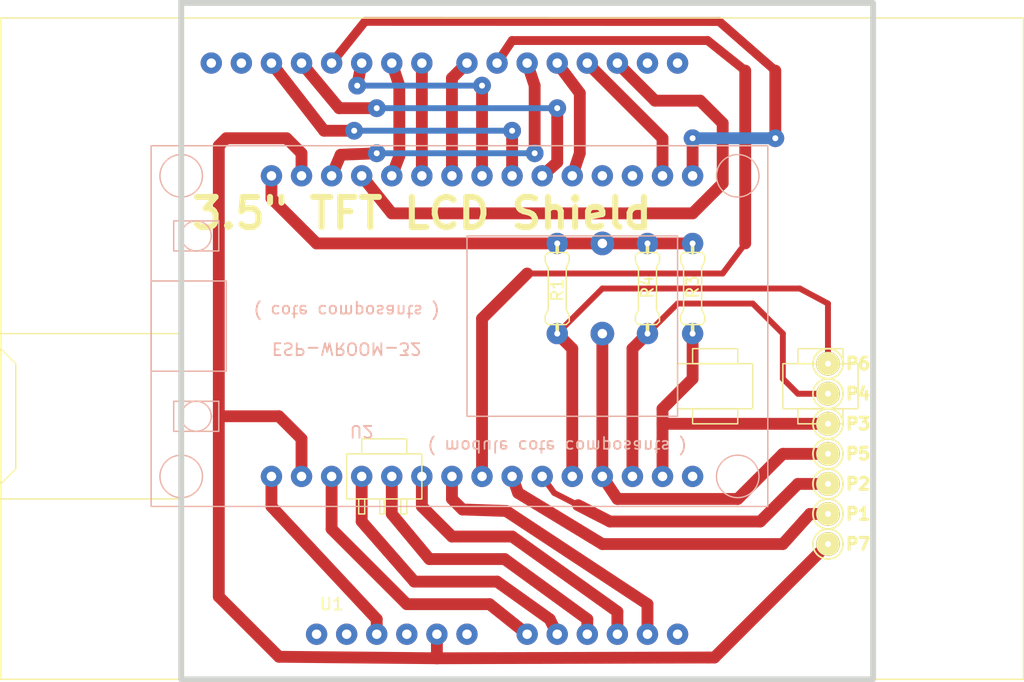
<source format=kicad_pcb>
(kicad_pcb (version 20221018) (generator pcbnew)
  (layers (0 "F.Cu" signal) (31 "B.Cu" signal) (34 "B.Paste" user) (35 "F.Paste" user) (36 "B.SilkS" user "B.Silkscreen") (37 "F.SilkS" user "F.Silkscreen") (38 "B.Mask" user) (39 "F.Mask" user) (44 "Edge.Cuts" user))
  (net 0 "")
  (net 1 "Net-(P1-Pad1)")
  (net 2 "Net-(R1-Pad1)")
  (net 3 "Net-(P2-Pad1)")
  (net 6 "Net-(P3-Pad1)")
  (net 7 "Net-(U1-Pad22)")
  (net 9 "Net-(U1-Pad10)")
  (net 10 "Net-(U1-Pad9)")
  (net 11 "Net-(U1-Pad11)")
  (net 13 "Net-(U1-Pad21)")
  (net 14 "Net-(U1-Pad8)")
  (net 18 "Net-(U1-Pad3)")
  (net 19 "Net-(U1-Pad15)")
  (net 20 "Net-(U1-Pad16)")
  (net 21 "Net-(U1-Pad17)")
  (net 22 "Net-(U1-Pad18)")
  (net 23 "GND")
  (net 24 "Net-(U1-Pad19)")
  (net 25 "Net-(U1-Pad20)")
  (net 26 "Net-(P4-Pad1)")
  (net 27 "Net-(U1-Pad7)")
  (net 28 "Net-(U1-Pad23)")
  (net 29 "Net-(U1-Pad24)")
  (net 32 "Net-(U1-Pad25)")
  (net 33 "Net-(U1-Pad26)")
  (net 36 "Net-(P5-Pad1)")
  (net 37 "Net-(P6-Pad1)")
  (footprint "Resistor_perso:R_300" (layer "F.Cu") (at 147.955 92.71 90)
    (fp_text reference "R4" (at 3.937 0 90) (layer "F.SilkS"))
    (fp_text value "10k")
    (fp_line (start 0.762 -0.762) (end 0.762 0.508) (stroke (width 0.12)) (layer "F.SilkS"))
    (fp_line (start 0.762 0) (end 0 0) (stroke (width 0.3)) (layer "F.SilkS"))
    (fp_line (start 0.762 0.508) (end 0.762 0.762) (stroke (width 0.12)) (layer "F.SilkS"))
    (fp_line (start 0.762 0.762) (end 1.016 1.016) (stroke (width 0.12)) (layer "F.SilkS"))
    (fp_line (start 1.016 -1.016) (end 0.762 -0.762) (stroke (width 0.12)) (layer "F.SilkS"))
    (fp_line (start 1.016 1.016) (end 1.524 1.016) (stroke (width 0.12)) (layer "F.SilkS"))
    (fp_line (start 1.524 -1.016) (end 1.016 -1.016) (stroke (width 0.12)) (layer "F.SilkS"))
    (fp_line (start 1.524 -1.016) (end 2.032 -0.762) (stroke (width 0.12)) (layer "F.SilkS"))
    (fp_line (start 2.032 -0.762) (end 5.334 -0.762) (stroke (width 0.12)) (layer "F.SilkS"))
    (fp_line (start 2.032 0.762) (end 1.524 1.016) (stroke (width 0.12)) (layer "F.SilkS"))
    (fp_line (start 2.032 0.762) (end 5.588 0.762) (stroke (width 0.12)) (layer "F.SilkS"))
    (fp_line (start 5.588 -0.762) (end 5.334 -0.762) (stroke (width 0.12)) (layer "F.SilkS"))
    (fp_line (start 6.096 -1.016) (end 5.588 -0.762) (stroke (width 0.12)) (layer "F.SilkS"))
    (fp_line (start 6.096 1.016) (end 5.588 0.762) (stroke (width 0.12)) (layer "F.SilkS"))
    (fp_line (start 6.604 -1.016) (end 6.096 -1.016) (stroke (width 0.12)) (layer "F.SilkS"))
    (fp_line (start 6.604 1.016) (end 6.096 1.016) (stroke (width 0.12)) (layer "F.SilkS"))
    (fp_line (start 6.858 -0.762) (end 6.604 -1.016) (stroke (width 0.12)) (layer "F.SilkS"))
    (fp_line (start 6.858 -0.762) (end 6.858 0.762) (stroke (width 0.12)) (layer "F.SilkS"))
    (fp_line (start 6.858 0) (end 7.62 0) (stroke (width 0.3)) (layer "F.SilkS"))
    (fp_line (start 6.858 0.762) (end 6.604 1.016) (stroke (width 0.12)) (layer "F.SilkS"))
    (pad "1" thru_hole circle (at 0 0 90) (size 1.8 1.8) (drill 0.5) (layers "*.Cu" "*.Mask") (net 26 "Net-(P4-Pad1)"))
    (pad "2" thru_hole circle (at 7.62 0 90) (size 1.8 1.8) (drill 0.5) (layers "*.Cu" "*.Mask") (net 2 "Net-(R1-Pad1)"))
  )
  (footprint "Connect_perso:E-S_3mm" (layer "F.Cu") (at 163.195 100.33)
    (fp_text reference "P3" (at 2.54 0) (layer "F.SilkS") (effects (font (size 1.016 1.016) (thickness 0.254))))
    (fp_text value "P" hide)
    (fp_circle (center 0 0) (end 1.27 0) (stroke (width 0.15)) (fill none) (layer "F.SilkS"))
    (pad "1" thru_hole circle (at 0 0) (size 1.99898 1.99898) (drill 0.5) (layers "*.Cu" "*.Mask" "F.SilkS") (net 6 "Net-(P3-Pad1)"))
  )
  (footprint "TFT:TFT_Shield_480x320" (layer "F.Cu") (at 122.555 118.11)
    (fp_text reference "U1" (at -1.27 -2.54 unlocked) (layer "F.SilkS"))
    (fp_text value "TFT_480x320")
    (fp_text user "3.5\" TFT LCD Shield" (at 6.35 -35.56 unlocked) (layer "F.SilkS") (effects (font (size 2.54 2.54) (thickness 0.508))))
    (fp_rect (start 1.524 -11.43) (end 1.016 -10.16) (stroke (width 0.12)) (fill none) (layer "F.SilkS"))
    (fp_rect (start 3.175 -11.43) (end 2.794 -10.16) (stroke (width 0.12)) (fill none) (layer "F.SilkS"))
    (fp_rect (start 5.08 -16.51) (end 1.27 -15.24) (stroke (width 0.12)) (fill none) (layer "F.SilkS"))
    (fp_rect (start 5.08 -11.43) (end 4.572 -10.16) (stroke (width 0.12)) (fill none) (layer "F.SilkS"))
    (fp_rect (start 6.35 -15.24) (end 0 -11.43) (stroke (width 0.12)) (fill none) (layer "F.SilkS"))
    (fp_rect (start 33.02 -22.86) (end 29.21 -24.13) (stroke (width 0.12)) (fill none) (layer "F.SilkS"))
    (fp_rect (start 33.02 -19.05) (end 29.21 -17.78) (stroke (width 0.12)) (fill none) (layer "F.SilkS"))
    (fp_rect (start 34.29 -22.86) (end 27.94 -19.05) (stroke (width 0.12)) (fill none) (layer "F.SilkS"))
    (fp_rect (start 41.91 -24.13) (end 38.1 -22.86) (stroke (width 0.12)) (fill none) (layer "F.SilkS"))
    (fp_rect (start 41.91 -19.05) (end 38.1 -17.78) (stroke (width 0.12)) (fill none) (layer "F.SilkS"))
    (fp_rect (start 43.18 -22.86) (end 36.83 -19.05) (stroke (width 0.12)) (fill none) (layer "F.SilkS"))
    (fp_rect (start 57.15 -52.07) (end -29.21 3.81) (stroke (width 0.12)) (fill none) (layer "F.SilkS"))
    (fp_poly (pts (xy -29.21 -24.13) (xy -27.94 -22.86) (xy -27.94 -13.97) (xy -29.21 -12.7) (xy -29.21 -11.43) (xy -13.97 -11.43) (xy -13.97 -25.4) (xy -29.21 -25.4)) (stroke (width 0.12)) (fill none) (layer "F.SilkS"))
    (pad "1" thru_hole circle (at -2.54 0) (size 1.8 1.8) (drill 0.8) (layers "*.Cu" "*.Mask"))
    (pad "2" thru_hole circle (at 0 0) (size 1.8 1.8) (drill 0.8) (layers "*.Cu" "*.Mask"))
    (pad "3" thru_hole circle (at 2.54 0) (size 1.8 1.8) (drill 0.8) (layers "*.Cu" "*.Mask") (net 18 "Net-(U1-Pad3)"))
    (pad "4" thru_hole circle (at 5.08 0) (size 1.8 1.8) (drill 0.8) (layers "*.Cu" "*.Mask"))
    (pad "5" thru_hole circle (at 7.62 0) (size 1.8 1.8) (drill 0.8) (layers "*.Cu" "*.Mask") (net 23 "GND"))
    (pad "6" thru_hole circle (at 10.16 0) (size 1.8 1.8) (drill 0.8) (layers "*.Cu" "*.Mask"))
    (pad "7" thru_hole circle (at 15.24 0) (size 1.8 1.8) (drill 0.8) (layers "*.Cu" "*.Mask") (net 27 "Net-(U1-Pad7)"))
    (pad "8" thru_hole circle (at 17.78 0) (size 1.8 1.8) (drill 0.8) (layers "*.Cu" "*.Mask") (net 14 "Net-(U1-Pad8)"))
    (pad "9" thru_hole circle (at 20.32 0) (size 1.8 1.8) (drill 0.8) (layers "*.Cu" "*.Mask") (net 10 "Net-(U1-Pad9)"))
    (pad "10" thru_hole circle (at 22.86 0) (size 1.8 1.8) (drill 0.8) (layers "*.Cu" "*.Mask") (net 9 "Net-(U1-Pad10)"))
    (pad "11" thru_hole circle (at 25.4 0) (size 1.8 1.8) (drill 0.8) (layers "*.Cu" "*.Mask") (net 11 "Net-(U1-Pad11)"))
    (pad "12" thru_hole circle (at 27.94 0) (size 1.8 1.8) (drill 0.8) (layers "*.Cu" "*.Mask"))
    (pad "13" thru_hole circle (at 27.94 -48.26) (size 1.8 1.8) (drill 0.8) (layers "*.Cu" "*.Mask"))
    (pad "14" thru_hole circle (at 25.4 -48.26) (size 1.8 1.8) (drill 0.8) (layers "*.Cu" "*.Mask"))
    (pad "15" thru_hole circle (at 22.86 -48.26) (size 1.8 1.8) (drill 0.8) (layers "*.Cu" "*.Mask") (net 19 "Net-(U1-Pad15)"))
    (pad "16" thru_hole circle (at 20.32 -48.26) (size 1.8 1.8) (drill 0.8) (layers "*.Cu" "*.Mask") (net 20 "Net-(U1-Pad16)"))
    (pad "17" thru_hole circle (at 17.78 -48.26) (size 1.8 1.8) (drill 0.8) (layers "*.Cu" "*.Mask") (net 21 "Net-(U1-Pad17)"))
    (pad "18" thru_hole circle (at 15.24 -48.26) (size 1.8 1.8) (drill 0.8) (layers "*.Cu" "*.Mask") (net 22 "Net-(U1-Pad18)"))
    (pad "19" thru_hole circle (at 12.7 -48.26) (size 1.8 1.8) (drill 0.8) (layers "*.Cu" "*.Mask") (net 24 "Net-(U1-Pad19)"))
    (pad "20" thru_hole circle (at 10.16 -48.26) (size 1.8 1.8) (drill 0.8) (layers "*.Cu" "*.Mask") (net 25 "Net-(U1-Pad20)"))
    (pad "21" thru_hole circle (at 6.35 -48.26) (size 1.8 1.8) (drill 0.8) (layers "*.Cu" "*.Mask") (net 13 "Net-(U1-Pad21)"))
    (pad "22" thru_hole circle (at 3.81 -48.26) (size 1.8 1.8) (drill 0.8) (layers "*.Cu" "*.Mask") (net 7 "Net-(U1-Pad22)"))
    (pad "23" thru_hole circle (at 1.27 -48.26) (size 1.8 1.8) (drill 0.8) (layers "*.Cu" "*.Mask") (net 28 "Net-(U1-Pad23)"))
    (pad "24" thru_hole circle (at -1.27 -48.26) (size 1.8 1.8) (drill 0.8) (layers "*.Cu" "*.Mask") (net 29 "Net-(U1-Pad24)"))
    (pad "25" thru_hole circle (at -3.81 -48.26) (size 1.8 1.8) (drill 0.8) (layers "*.Cu" "*.Mask") (net 32 "Net-(U1-Pad25)"))
    (pad "26" thru_hole circle (at -6.35 -48.26) (size 1.8 1.8) (drill 0.8) (layers "*.Cu" "*.Mask") (net 33 "Net-(U1-Pad26)"))
    (pad "27" thru_hole circle (at -8.89 -48.26) (size 1.8 1.8) (drill 0.8) (layers "*.Cu" "*.Mask"))
    (pad "28" thru_hole circle (at -11.43 -48.26) (size 1.8 1.8) (drill 0.8) (layers "*.Cu" "*.Mask"))
  )
  (footprint "Connect_perso:E-S_3mm" (layer "F.Cu") (at 163.195 97.79)
    (fp_text reference "P4" (at 2.54 0) (layer "F.SilkS") (effects (font (size 1.016 1.016) (thickness 0.254))))
    (fp_text value "P" hide)
    (fp_circle (center 0 0) (end 1.27 0) (stroke (width 0.15)) (fill none) (layer "F.SilkS"))
    (pad "1" thru_hole circle (at 0 0) (size 1.99898 1.99898) (drill 0.5) (layers "*.Cu" "*.Mask" "F.SilkS") (net 26 "Net-(P4-Pad1)"))
  )
  (footprint "Connect_perso:E-S_3mm" (layer "F.Cu") (at 163.195 110.49)
    (fp_text reference "P7" (at 2.54 0) (layer "F.SilkS") (effects (font (size 1.016 1.016) (thickness 0.254))))
    (fp_text value "P" hide)
    (fp_circle (center 0 0) (end 1.27 0) (stroke (width 0.15)) (fill none) (layer "F.SilkS"))
    (pad "1" thru_hole circle (at 0 0) (size 1.99898 1.99898) (drill 0.5) (layers "*.Cu" "*.Mask" "F.SilkS") (net 23 "GND"))
  )
  (footprint "Connect_perso:E-S_3mm" (layer "F.Cu") (at 163.195 105.41)
    (fp_text reference "P2" (at 2.54 0) (layer "F.SilkS") (effects (font (size 1.016 1.016) (thickness 0.254))))
    (fp_text value "P" hide)
    (fp_circle (center 0 0) (end 1.27 0) (stroke (width 0.15)) (fill none) (layer "F.SilkS"))
    (pad "1" thru_hole circle (at 0 0) (size 1.99898 1.99898) (drill 0.5) (layers "*.Cu" "*.Mask" "F.SilkS") (net 3 "Net-(P2-Pad1)"))
  )
  (footprint "Resistor_perso:R_300" (layer "F.Cu") (at 151.765 92.71 90)
    (fp_text reference "R3" (at 3.937 0 90) (layer "F.SilkS"))
    (fp_text value "10k")
    (fp_line (start 0.762 -0.762) (end 0.762 0.508) (stroke (width 0.12)) (layer "F.SilkS"))
    (fp_line (start 0.762 0) (end 0 0) (stroke (width 0.3)) (layer "F.SilkS"))
    (fp_line (start 0.762 0.508) (end 0.762 0.762) (stroke (width 0.12)) (layer "F.SilkS"))
    (fp_line (start 0.762 0.762) (end 1.016 1.016) (stroke (width 0.12)) (layer "F.SilkS"))
    (fp_line (start 1.016 -1.016) (end 0.762 -0.762) (stroke (width 0.12)) (layer "F.SilkS"))
    (fp_line (start 1.016 1.016) (end 1.524 1.016) (stroke (width 0.12)) (layer "F.SilkS"))
    (fp_line (start 1.524 -1.016) (end 1.016 -1.016) (stroke (width 0.12)) (layer "F.SilkS"))
    (fp_line (start 1.524 -1.016) (end 2.032 -0.762) (stroke (width 0.12)) (layer "F.SilkS"))
    (fp_line (start 2.032 -0.762) (end 5.334 -0.762) (stroke (width 0.12)) (layer "F.SilkS"))
    (fp_line (start 2.032 0.762) (end 1.524 1.016) (stroke (width 0.12)) (layer "F.SilkS"))
    (fp_line (start 2.032 0.762) (end 5.588 0.762) (stroke (width 0.12)) (layer "F.SilkS"))
    (fp_line (start 5.588 -0.762) (end 5.334 -0.762) (stroke (width 0.12)) (layer "F.SilkS"))
    (fp_line (start 6.096 -1.016) (end 5.588 -0.762) (stroke (width 0.12)) (layer "F.SilkS"))
    (fp_line (start 6.096 1.016) (end 5.588 0.762) (stroke (width 0.12)) (layer "F.SilkS"))
    (fp_line (start 6.604 -1.016) (end 6.096 -1.016) (stroke (width 0.12)) (layer "F.SilkS"))
    (fp_line (start 6.604 1.016) (end 6.096 1.016) (stroke (width 0.12)) (layer "F.SilkS"))
    (fp_line (start 6.858 -0.762) (end 6.604 -1.016) (stroke (width 0.12)) (layer "F.SilkS"))
    (fp_line (start 6.858 -0.762) (end 6.858 0.762) (stroke (width 0.12)) (layer "F.SilkS"))
    (fp_line (start 6.858 0) (end 7.62 0) (stroke (width 0.3)) (layer "F.SilkS"))
    (fp_line (start 6.858 0.762) (end 6.604 1.016) (stroke (width 0.12)) (layer "F.SilkS"))
    (pad "1" thru_hole circle (at 0 0 90) (size 1.8 1.8) (drill 0.5) (layers "*.Cu" "*.Mask") (net 6 "Net-(P3-Pad1)"))
    (pad "2" thru_hole circle (at 7.62 0 90) (size 1.8 1.8) (drill 0.5) (layers "*.Cu" "*.Mask") (net 2 "Net-(R1-Pad1)"))
  )
  (footprint "Connect_perso:E-S_3mm" (layer "F.Cu") (at 163.195 107.95)
    (fp_text reference "P1" (at 2.54 0) (layer "F.SilkS") (effects (font (size 1.016 1.016) (thickness 0.254))))
    (fp_text value "P" hide)
    (fp_circle (center 0 0) (end 1.27 0) (stroke (width 0.15)) (fill none) (layer "F.SilkS"))
    (pad "1" thru_hole circle (at 0 0) (size 1.99898 1.99898) (drill 0.5) (layers "*.Cu" "*.Mask" "F.SilkS") (net 1 "Net-(P1-Pad1)"))
  )
  (footprint "Connect_perso:E-S_3mm" (layer "F.Cu") (at 163.195 102.87)
    (fp_text reference "P5" (at 2.54 0) (layer "F.SilkS") (effects (font (size 1.016 1.016) (thickness 0.254))))
    (fp_text value "P" hide)
    (fp_circle (center 0 0) (end 1.27 0) (stroke (width 0.15)) (fill none) (layer "F.SilkS"))
    (pad "1" thru_hole circle (at 0 0) (size 1.99898 1.99898) (drill 0.5) (layers "*.Cu" "*.Mask" "F.SilkS") (net 36 "Net-(P5-Pad1)"))
  )
  (footprint "Resistor_perso:R_300" (layer "F.Cu") (at 140.335 85.09 -90)
    (fp_text reference "R1" (at 3.937 0 90) (layer "F.SilkS"))
    (fp_text value "10k")
    (fp_line (start 0.762 -0.762) (end 0.762 0.508) (stroke (width 0.12)) (layer "F.SilkS"))
    (fp_line (start 0.762 0) (end 0 0) (stroke (width 0.3)) (layer "F.SilkS"))
    (fp_line (start 0.762 0.508) (end 0.762 0.762) (stroke (width 0.12)) (layer "F.SilkS"))
    (fp_line (start 0.762 0.762) (end 1.016 1.016) (stroke (width 0.12)) (layer "F.SilkS"))
    (fp_line (start 1.016 -1.016) (end 0.762 -0.762) (stroke (width 0.12)) (layer "F.SilkS"))
    (fp_line (start 1.016 1.016) (end 1.524 1.016) (stroke (width 0.12)) (layer "F.SilkS"))
    (fp_line (start 1.524 -1.016) (end 1.016 -1.016) (stroke (width 0.12)) (layer "F.SilkS"))
    (fp_line (start 1.524 -1.016) (end 2.032 -0.762) (stroke (width 0.12)) (layer "F.SilkS"))
    (fp_line (start 2.032 -0.762) (end 5.334 -0.762) (stroke (width 0.12)) (layer "F.SilkS"))
    (fp_line (start 2.032 0.762) (end 1.524 1.016) (stroke (width 0.12)) (layer "F.SilkS"))
    (fp_line (start 2.032 0.762) (end 5.588 0.762) (stroke (width 0.12)) (layer "F.SilkS"))
    (fp_line (start 5.588 -0.762) (end 5.334 -0.762) (stroke (width 0.12)) (layer "F.SilkS"))
    (fp_line (start 6.096 -1.016) (end 5.588 -0.762) (stroke (width 0.12)) (layer "F.SilkS"))
    (fp_line (start 6.096 1.016) (end 5.588 0.762) (stroke (width 0.12)) (layer "F.SilkS"))
    (fp_line (start 6.604 -1.016) (end 6.096 -1.016) (stroke (width 0.12)) (layer "F.SilkS"))
    (fp_line (start 6.604 1.016) (end 6.096 1.016) (stroke (width 0.12)) (layer "F.SilkS"))
    (fp_line (start 6.858 -0.762) (end 6.604 -1.016) (stroke (width 0.12)) (layer "F.SilkS"))
    (fp_line (start 6.858 -0.762) (end 6.858 0.762) (stroke (width 0.12)) (layer "F.SilkS"))
    (fp_line (start 6.858 0) (end 7.62 0) (stroke (width 0.3)) (layer "F.SilkS"))
    (fp_line (start 6.858 0.762) (end 6.604 1.016) (stroke (width 0.12)) (layer "F.SilkS"))
    (pad "1" thru_hole circle (at 0 0 270) (size 1.8 1.8) (drill 0.5) (layers "*.Cu" "*.Mask") (net 2 "Net-(R1-Pad1)"))
    (pad "2" thru_hole circle (at 7.62 0 270) (size 1.8 1.8) (drill 0.5) (layers "*.Cu" "*.Mask") (net 37 "Net-(P6-Pad1)"))
  )
  (footprint "Connect_perso:E-S_3mm" (layer "F.Cu") (at 163.195 95.25)
    (fp_text reference "P6" (at 2.54 0) (layer "F.SilkS") (effects (font (size 1.016 1.016) (thickness 0.254))))
    (fp_text value "P" hide)
    (fp_circle (center 0 0) (end 1.27 0) (stroke (width 0.15)) (fill none) (layer "F.SilkS"))
    (pad "1" thru_hole circle (at 0 0) (size 1.99898 1.99898) (drill 0.5) (layers "*.Cu" "*.Mask" "F.SilkS") (net 37 "Net-(P6-Pad1)"))
  )
  (footprint "ESP32:ESP32_30pins" (layer "B.Cu") (at 116.205 79.375)
    (fp_text reference "U2" (at 7.62 21.59 180 unlocked) (layer "B.SilkS") (effects (justify mirror)))
    (fp_text value "ESP32_30pins")
    (fp_text user "( module cote composants )" (at 24.13 22.86 180 unlocked) (layer "B.SilkS") (effects (justify mirror)))
    (fp_text user "( cote composants )" (at 6.35 11.43 180 unlocked) (layer "B.SilkS") (effects (justify mirror)))
    (fp_text user "ESP-WROOM-32" (at 6.35 14.605 180 unlocked) (layer "B.SilkS") (effects (justify mirror)))
    (fp_rect (start -10.16 8.89) (end -3.81 16.51) (stroke (width 0.12)) (fill none) (layer "B.SilkS"))
    (fp_rect (start -4.445 3.81) (end -8.255 6.35) (stroke (width 0.12)) (fill none) (layer "B.SilkS"))
    (fp_rect (start -4.445 19.05) (end -8.255 21.59) (stroke (width 0.12)) (fill none) (layer "B.SilkS"))
    (fp_rect (start 34.29 5.08) (end 16.51 20.32) (stroke (width 0.12)) (fill none) (layer "B.SilkS"))
    (fp_rect (start 41.91 -2.54) (end -10.16 27.94) (stroke (width 0.12)) (fill none) (layer "B.SilkS"))
    (fp_circle (center -7.62 0) (end -8.89 1.27) (stroke (width 0.12)) (fill none) (layer "B.SilkS"))
    (fp_circle (center -7.62 25.4) (end -8.89 26.67) (stroke (width 0.12)) (fill none) (layer "B.SilkS"))
    (fp_circle (center -6.35 5.08) (end -5.08 5.08) (stroke (width 0.12)) (fill none) (layer "B.SilkS"))
    (fp_circle (center -6.35 20.32) (end -5.08 20.32) (stroke (width 0.12)) (fill none) (layer "B.SilkS"))
    (fp_circle (center 39.37 0) (end 40.64 -1.27) (stroke (width 0.12)) (fill none) (layer "B.SilkS"))
    (fp_circle (center 39.37 25.4) (end 40.64 24.13) (stroke (width 0.12)) (fill none) (layer "B.SilkS"))
    (pad "1" thru_hole circle (at 0 0 180) (size 1.8 1.8) (drill 0.8) (layers "*.Cu" "*.Mask") (net 2 "Net-(R1-Pad1)"))
    (pad "2" thru_hole circle (at 2.54 0 180) (size 1.8 1.8) (drill 0.8) (layers "*.Cu" "*.Mask") (net 23 "GND"))
    (pad "3" thru_hole circle (at 5.08 0 180) (size 1.8 1.8) (drill 0.8) (layers "*.Cu" "*.Mask") (net 22 "Net-(U1-Pad18)"))
    (pad "4" thru_hole circle (at 7.62 0 180) (size 1.8 1.8) (drill 0.8) (layers "*.Cu" "*.Mask") (net 19 "Net-(U1-Pad15)"))
    (pad "5" thru_hole circle (at 10.16 0 180) (size 1.8 1.8) (drill 0.8) (layers "*.Cu" "*.Mask") (net 7 "Net-(U1-Pad22)"))
    (pad "6" thru_hole circle (at 12.7 0 180) (size 1.8 1.8) (drill 0.8) (layers "*.Cu" "*.Mask") (net 13 "Net-(U1-Pad21)"))
    (pad "7" thru_hole circle (at 15.24 0 180) (size 1.8 1.8) (drill 0.8) (layers "*.Cu" "*.Mask") (net 25 "Net-(U1-Pad20)"))
    (pad "8" thru_hole circle (at 17.78 0 180) (size 1.8 1.8) (drill 0.8) (layers "*.Cu" "*.Mask") (net 28 "Net-(U1-Pad23)"))
    (pad "9" thru_hole circle (at 20.32 0 180) (size 1.8 1.8) (drill 0.8) (layers "*.Cu" "*.Mask") (net 33 "Net-(U1-Pad26)"))
    (pad "10" thru_hole circle (at 22.86 0 180) (size 1.8 1.8) (drill 0.8) (layers "*.Cu" "*.Mask") (net 32 "Net-(U1-Pad25)"))
    (pad "11" thru_hole circle (at 25.4 0 180) (size 1.8 1.8) (drill 0.8) (layers "*.Cu" "*.Mask") (net 21 "Net-(U1-Pad17)"))
    (pad "12" thru_hole circle (at 27.94 0 180) (size 1.8 1.8) (drill 0.8) (layers "*.Cu" "*.Mask"))
    (pad "13" thru_hole circle (at 30.48 0 180) (size 1.8 1.8) (drill 0.8) (layers "*.Cu" "*.Mask"))
    (pad "14" thru_hole circle (at 33.02 0 180) (size 1.8 1.8) (drill 0.8) (layers "*.Cu" "*.Mask") (net 20 "Net-(U1-Pad16)"))
    (pad "15" thru_hole circle (at 35.56 0 180) (size 1.8 1.8) (drill 0.8) (layers "*.Cu" "*.Mask") (net 29 "Net-(U1-Pad24)"))
    (pad "16" thru_hole circle (at 35.56 25.4 180) (size 1.8 1.8) (drill 0.8) (layers "*.Cu" "*.Mask"))
    (pad "17" thru_hole circle (at 33.02 25.4 180) (size 1.8 1.8) (drill 0.8) (layers "*.Cu" "*.Mask") (net 6 "Net-(P3-Pad1)"))
    (pad "18" thru_hole circle (at 30.48 25.4 180) (size 1.8 1.8) (drill 0.8) (layers "*.Cu" "*.Mask") (net 26 "Net-(P4-Pad1)"))
    (pad "19" thru_hole circle (at 27.94 25.4 180) (size 1.8 1.8) (drill 0.8) (layers "*.Cu" "*.Mask") (net 36 "Net-(P5-Pad1)"))
    (pad "20" thru_hole circle (at 25.4 25.4 180) (size 1.8 1.8) (drill 0.8) (layers "*.Cu" "*.Mask") (net 37 "Net-(P6-Pad1)"))
    (pad "21" thru_hole circle (at 22.86 25.4 180) (size 1.8 1.8) (drill 0.8) (layers "*.Cu" "*.Mask") (net 3 "Net-(P2-Pad1)"))
    (pad "22" thru_hole circle (at 20.32 25.4 180) (size 1.8 1.8) (drill 0.8) (layers "*.Cu" "*.Mask") (net 1 "Net-(P1-Pad1)"))
    (pad "23" thru_hole circle (at 17.78 25.4 180) (size 1.8 1.8) (drill 0.8) (layers "*.Cu" "*.Mask") (net 24 "Net-(U1-Pad19)"))
    (pad "24" thru_hole circle (at 15.24 25.4 180) (size 1.8 1.8) (drill 0.8) (layers "*.Cu" "*.Mask") (net 11 "Net-(U1-Pad11)"))
    (pad "25" thru_hole circle (at 12.7 25.4 180) (size 1.8 1.8) (drill 0.8) (layers "*.Cu" "*.Mask") (net 9 "Net-(U1-Pad10)"))
    (pad "26" thru_hole circle (at 10.16 25.4 180) (size 1.8 1.8) (drill 0.8) (layers "*.Cu" "*.Mask") (net 10 "Net-(U1-Pad9)"))
    (pad "27" thru_hole circle (at 7.62 25.4 180) (size 1.8 1.8) (drill 0.8) (layers "*.Cu" "*.Mask") (net 14 "Net-(U1-Pad8)"))
    (pad "28" thru_hole circle (at 5.08 25.4 180) (size 1.8 1.8) (drill 0.8) (layers "*.Cu" "*.Mask") (net 27 "Net-(U1-Pad7)"))
    (pad "29" thru_hole circle (at 2.54 25.4 180) (size 1.8 1.8) (drill 0.8) (layers "*.Cu" "*.Mask") (net 23 "GND"))
    (pad "30" thru_hole circle (at 0 25.4 180) (size 1.8 1.8) (drill 0.8) (layers "*.Cu" "*.Mask") (net 18 "Net-(U1-Pad3)"))
  )
  (gr_rect (start 108.585 64.77) (end 167.005 121.92) (stroke (width 0.5)) (fill none) (layer "Edge.Cuts"))
  (segment (start 161.671 107.95) (end 163.195 107.95) (width 1) (layer "F.Cu") (net 1))
  (segment (start 136.525 104.775) (end 137.033 106.172) (width 1) (layer "F.Cu") (net 1))
  (segment (start 144.145 110.49) (end 159.385 110.49) (width 1) (layer "F.Cu") (net 1))
  (segment (start 137.033 106.172) (end 144.145 110.49) (width 1) (layer "F.Cu") (net 1))
  (segment (start 159.385 110.49) (end 161.671 107.95) (width 1) (layer "F.Cu") (net 1))
  (segment (start 120.015 85.09) (end 140.335 85.09) (width 1) (layer "F.Cu") (net 2))
  (segment (start 140.335 85.09) (end 144.145 85.09) (width 1) (layer "F.Cu") (net 2))
  (segment (start 116.205 79.375) (end 116.205 81.28) (width 1) (layer "F.Cu") (net 2))
  (segment (start 147.955 85.09) (end 151.765 85.09) (width 1) (layer "F.Cu") (net 2))
  (segment (start 144.145 85.09) (end 147.955 85.09) (width 1) (layer "F.Cu") (net 2))
  (segment (start 116.205 81.28) (end 120.015 85.09) (width 1) (layer "F.Cu") (net 2))
  (via (at 144.145 85.09) (size 2) (drill 0.8) (layers "F.Cu" "B.Cu") (net 2))
  (segment (start 157.48 108.585) (end 160.655 105.41) (width 1) (layer "F.Cu") (net 3))
  (segment (start 144.78 108.585) (end 157.48 108.585) (width 1) (layer "F.Cu") (net 3))
  (segment (start 140.081 106.172) (end 142.094857 107.206143) (width 0.5) (layer "F.Cu") (net 3))
  (segment (start 139.065 104.775) (end 140.081 106.172) (width 0.5) (layer "F.Cu") (net 3))
  (segment (start 142.094857 107.206143) (end 144.78 108.585) (width 1) (layer "F.Cu") (net 3))
  (segment (start 160.655 105.41) (end 163.195 105.41) (width 1) (layer "F.Cu") (net 3))
  (segment (start 149.225 101.6) (end 149.225 99.06) (width 1) (layer "F.Cu") (net 6))
  (segment (start 149.225 99.06) (end 151.765 96.52) (width 1) (layer "F.Cu") (net 6))
  (segment (start 163.195 100.33) (end 149.225 100.33) (width 1) (layer "F.Cu") (net 6))
  (segment (start 149.225 101.6) (end 149.225 104.775) (width 1) (layer "F.Cu") (net 6))
  (segment (start 151.765 96.52) (end 151.765 92.71) (width 1) (layer "F.Cu") (net 6))
  (segment (start 126.365 79.375) (end 127 77.724) (width 1) (layer "F.Cu") (net 7))
  (segment (start 127 71.755) (end 126.365 69.85) (width 1) (layer "F.Cu") (net 7))
  (segment (start 127 77.724) (end 127 71.755) (width 1) (layer "F.Cu") (net 7))
  (segment (start 145.415 116.205) (end 136.525 109.855) (width 1) (layer "F.Cu") (net 9))
  (segment (start 136.525 109.855) (end 131.445 109.855) (width 1) (layer "F.Cu") (net 9))
  (segment (start 131.445 109.855) (end 128.905 107.315) (width 1) (layer "F.Cu") (net 9))
  (segment (start 128.905 107.315) (end 128.905 104.775) (width 1) (layer "F.Cu") (net 9))
  (segment (start 145.415 118.11) (end 145.415 116.205) (width 1) (layer "F.Cu") (net 9))
  (segment (start 135.89 111.76) (end 142.875 116.84) (width 1) (layer "F.Cu") (net 10))
  (segment (start 126.365 104.775) (end 126.365 107.95) (width 1) (layer "F.Cu") (net 10))
  (segment (start 126.365 107.95) (end 129.54 111.76) (width 1) (layer "F.Cu") (net 10))
  (segment (start 142.875 116.84) (end 142.875 118.11) (width 1) (layer "F.Cu") (net 10))
  (segment (start 129.54 111.76) (end 135.89 111.76) (width 1) (layer "F.Cu") (net 10))
  (segment (start 136.017 107.696) (end 132.334 107.569) (width 1) (layer "F.Cu") (net 11))
  (segment (start 132.334 107.569) (end 131.445 106.68) (width 1) (layer "F.Cu") (net 11))
  (segment (start 147.955 115.57) (end 136.017 107.696) (width 1) (layer "F.Cu") (net 11))
  (segment (start 147.955 118.11) (end 147.955 115.57) (width 1) (layer "F.Cu") (net 11))
  (segment (start 131.445 106.68) (end 131.445 104.775) (width 1) (layer "F.Cu") (net 11))
  (segment (start 128.905 79.375) (end 128.905 69.85) (width 1) (layer "F.Cu") (net 13))
  (segment (start 128.27 113.665) (end 123.825 108.585) (width 1) (layer "F.Cu") (net 14))
  (segment (start 123.825 108.585) (end 123.825 104.775) (width 1) (layer "F.Cu") (net 14))
  (segment (start 139.7 116.84) (end 135.255 113.665) (width 1) (layer "F.Cu") (net 14))
  (segment (start 140.335 118.11) (end 139.7 116.84) (width 1) (layer "F.Cu") (net 14))
  (segment (start 135.255 113.665) (end 128.27 113.665) (width 1) (layer "F.Cu") (net 14))
  (segment (start 125.095 116.84) (end 125.095 118.11) (width 1) (layer "F.Cu") (net 18))
  (segment (start 116.205 104.775) (end 116.205 107.315) (width 1) (layer "F.Cu") (net 18))
  (segment (start 116.205 107.315) (end 125.095 116.84) (width 1) (layer "F.Cu") (net 18))
  (segment (start 123.825 79.375) (end 126.365 82.55) (width 1) (layer "F.Cu") (net 19))
  (segment (start 152.4 73.025) (end 148.59 73.025) (width 1) (layer "F.Cu") (net 19))
  (segment (start 154.305 80.01) (end 154.305 74.93) (width 1) (layer "F.Cu") (net 19))
  (segment (start 154.305 74.93) (end 152.4 73.025) (width 1) (layer "F.Cu") (net 19))
  (segment (start 151.765 82.55) (end 154.305 80.01) (width 1) (layer "F.Cu") (net 19))
  (segment (start 148.59 73.025) (end 145.415 69.85) (width 1) (layer "F.Cu") (net 19))
  (segment (start 126.365 82.55) (end 151.765 82.55) (width 1) (layer "F.Cu") (net 19))
  (segment (start 149.225 76.2) (end 149.225 79.375) (width 1) (layer "F.Cu") (net 20))
  (segment (start 142.875 69.85) (end 149.225 76.2) (width 1) (layer "F.Cu") (net 20))
  (segment (start 142.24 72.39) (end 142.24 77.47) (width 1) (layer "F.Cu") (net 21))
  (segment (start 142.24 77.47) (end 141.605 79.375) (width 1) (layer "F.Cu") (net 21))
  (segment (start 140.335 69.85) (end 142.24 72.39) (width 1) (layer "F.Cu") (net 21))
  (segment (start 138.43 71.755) (end 137.795 69.85) (width 1) (layer "F.Cu") (net 22))
  (segment (start 125.095 77.47) (end 122.047 77.597) (width 1) (layer "F.Cu") (net 22))
  (segment (start 138.43 77.47) (end 138.43 71.755) (width 1) (layer "F.Cu") (net 22))
  (segment (start 122.047 77.597) (end 121.285 79.375) (width 1) (layer "F.Cu") (net 22))
  (via (at 138.43 77.47) (size 1.5) (drill 0.5) (layers "F.Cu" "B.Cu") (net 22))
  (via (at 125.095 77.47) (size 1.5) (drill 0.5) (layers "F.Cu" "B.Cu") (net 22))
  (segment (start 125.095 77.47) (end 138.43 77.47) (width 0.5) (layer "B.Cu") (net 22))
  (segment (start 130.175 118.11) (end 130.175 120.142) (width 1) (layer "F.Cu") (net 23))
  (segment (start 130.175 120.142) (end 153.035 120.0785) (width 1) (layer "F.Cu") (net 23))
  (segment (start 153.6065 120.0785) (end 163.195 110.49) (width 1) (layer "F.Cu") (net 23))
  (segment (start 118.745 79.375) (end 118.745 77.47) (width 1) (layer "F.Cu") (net 23))
  (segment (start 111.76 99.695) (end 111.76 114.935) (width 1) (layer "F.Cu") (net 23))
  (segment (start 111.76 114.935) (end 116.84 120.015) (width 1) (layer "F.Cu") (net 23))
  (segment (start 153.035 120.0785) (end 153.6065 120.0785) (width 1) (layer "F.Cu") (net 23))
  (segment (start 111.76 76.835) (end 111.76 99.695) (width 1) (layer "F.Cu") (net 23))
  (segment (start 116.84 120.015) (end 130.175 120.142) (width 1) (layer "F.Cu") (net 23))
  (segment (start 118.745 101.6) (end 118.745 104.775) (width 1) (layer "F.Cu") (net 23))
  (segment (start 118.745 77.47) (end 117.475 76.2) (width 1) (layer "F.Cu") (net 23))
  (segment (start 112.395 76.2) (end 111.76 76.835) (width 1) (layer "F.Cu") (net 23))
  (segment (start 116.84 99.695) (end 118.745 101.6) (width 1) (layer "F.Cu") (net 23))
  (segment (start 117.475 76.2) (end 112.395 76.2) (width 1) (layer "F.Cu") (net 23))
  (segment (start 111.76 99.695) (end 116.84 99.695) (width 1) (layer "F.Cu") (net 23))
  (segment (start 153.035 67.945) (end 156.21 70.485) (width 0.75) (layer "F.Cu") (net 24))
  (segment (start 135.255 69.85) (end 136.525 67.945) (width 0.75) (layer "F.Cu") (net 24))
  (segment (start 156.21 70.485) (end 156.21 85.09) (width 1) (layer "F.Cu") (net 24))
  (segment (start 133.985 91.44) (end 133.985 104.775) (width 1) (layer "F.Cu") (net 24))
  (segment (start 156.21 85.09) (end 154.305 87.63) (width 0.5) (layer "F.Cu") (net 24))
  (segment (start 136.525 67.945) (end 153.035 67.945) (width 0.75) (layer "F.Cu") (net 24))
  (segment (start 154.305 87.63) (end 137.795 87.63) (width 0.5) (layer "F.Cu") (net 24))
  (segment (start 137.795 87.63) (end 133.985 91.44) (width 1) (layer "F.Cu") (net 24))
  (segment (start 131.445 71.12) (end 132.715 69.85) (width 1) (layer "F.Cu") (net 25))
  (segment (start 131.445 79.375) (end 131.445 71.12) (width 1) (layer "F.Cu") (net 25))
  (segment (start 146.685 93.98) (end 147.955 92.71) (width 1) (layer "F.Cu") (net 26))
  (segment (start 159.385 92.71) (end 159.385 96.52) (width 0.5) (layer "F.Cu") (net 26))
  (segment (start 146.685 104.775) (end 146.685 93.98) (width 1) (layer "F.Cu") (net 26))
  (segment (start 160.655 97.79) (end 163.195 97.79) (width 0.5) (layer "F.Cu") (net 26))
  (segment (start 156.845 90.17) (end 159.385 92.71) (width 0.5) (layer "F.Cu") (net 26))
  (segment (start 150.495 90.17) (end 156.845 90.17) (width 0.5) (layer "F.Cu") (net 26))
  (segment (start 147.955 92.71) (end 150.495 90.17) (width 0.5) (layer "F.Cu") (net 26))
  (segment (start 159.385 96.52) (end 160.655 97.79) (width 0.5) (layer "F.Cu") (net 26))
  (segment (start 127.635 115.57) (end 134.62 115.57) (width 1) (layer "F.Cu") (net 27))
  (segment (start 121.285 104.775) (end 121.285 109.22) (width 1) (layer "F.Cu") (net 27))
  (segment (start 121.285 109.22) (end 127.635 115.57) (width 1) (layer "F.Cu") (net 27))
  (segment (start 134.62 115.57) (end 137.795 118.11) (width 1) (layer "F.Cu") (net 27))
  (segment (start 133.985 71.755) (end 133.985 79.375) (width 1) (layer "F.Cu") (net 28))
  (segment (start 123.825 69.85) (end 123.444 71.755) (width 1) (layer "F.Cu") (net 28))
  (via (at 123.444 71.755) (size 1.5) (drill 0.5) (layers "F.Cu" "B.Cu") (net 28))
  (via (at 133.985 71.755) (size 1.5) (drill 0.5) (layers "F.Cu" "B.Cu") (net 28))
  (segment (start 123.444 71.755) (end 133.985 71.755) (width 0.5) (layer "B.Cu") (net 28))
  (segment (start 151.765 76.2) (end 151.765 79.375) (width 1) (layer "F.Cu") (net 29))
  (segment (start 158.75 70.485) (end 158.75 76.2) (width 1) (layer "F.Cu") (net 29))
  (segment (start 154.008667 66.336333) (end 158.75 70.485) (width 0.75) (layer "F.Cu") (net 29))
  (segment (start 124.111886 66.326886) (end 154.008667 66.336333) (width 0.75) (layer "F.Cu") (net 29))
  (segment (start 121.285 69.85) (end 124.111886 66.326886) (width 0.75) (layer "F.Cu") (net 29))
  (via (at 151.765 76.2) (size 1.5) (drill 0.5) (layers "F.Cu" "B.Cu") (net 29))
  (via (at 158.75 76.2) (size 1.5) (drill 0.5) (layers "F.Cu" "B.Cu") (net 29))
  (segment (start 158.75 76.2) (end 151.765 76.2) (width 1) (layer "B.Cu") (net 29))
  (segment (start 125.095 73.66) (end 121.92 73.66) (width 1) (layer "F.Cu") (net 32))
  (segment (start 121.92 73.66) (end 118.745 69.85) (width 1) (layer "F.Cu") (net 32))
  (segment (start 140.335 78.232) (end 139.065 79.375) (width 1) (layer "F.Cu") (net 32))
  (segment (start 140.335 73.66) (end 140.335 78.232) (width 1) (layer "F.Cu") (net 32))
  (via (at 140.335 73.66) (size 1.5) (drill 0.5) (layers "F.Cu" "B.Cu") (net 32))
  (via (at 125.095 73.66) (size 1.5) (drill 0.5) (layers "F.Cu" "B.Cu") (net 32))
  (segment (start 140.335 73.66) (end 125.095 73.66) (width 0.5) (layer "B.Cu") (net 32))
  (segment (start 120.65 75.565) (end 116.205 69.85) (width 1) (layer "F.Cu") (net 33))
  (segment (start 136.525 79.375) (end 136.525 75.565) (width 1) (layer "F.Cu") (net 33))
  (segment (start 123.19 75.565) (end 120.65 75.565) (width 1) (layer "F.Cu") (net 33))
  (via (at 136.525 75.565) (size 1.5) (drill 0.5) (layers "F.Cu" "B.Cu") (net 33))
  (via (at 123.19 75.565) (size 1.5) (drill 0.5) (layers "F.Cu" "B.Cu") (net 33))
  (segment (start 123.19 75.565) (end 136.525 75.565) (width 0.5) (layer "B.Cu") (net 33))
  (segment (start 155.575 106.68) (end 159.385 102.87) (width 1) (layer "F.Cu") (net 36))
  (segment (start 145.415 106.68) (end 155.575 106.68) (width 1) (layer "F.Cu") (net 36))
  (segment (start 159.385 102.87) (end 163.195 102.87) (width 1) (layer "F.Cu") (net 36))
  (segment (start 144.145 104.775) (end 145.415 106.68) (width 1) (layer "F.Cu") (net 36))
  (segment (start 144.145 92.71) (end 144.145 104.775) (width 1) (layer "F.Cu") (net 36))
  (via (at 144.145 92.71) (size 2) (drill 0.8) (layers "F.Cu" "B.Cu") (net 36))
  (segment (start 140.335 92.71) (end 144.145 88.9) (width 0.5) (layer "F.Cu") (net 37))
  (segment (start 160.81375 88.9) (end 163.195 90.17) (width 0.5) (layer "F.Cu") (net 37))
  (segment (start 141.605 93.98) (end 140.335 92.71) (width 1) (layer "F.Cu") (net 37))
  (segment (start 163.195 90.17) (end 163.195 95.25) (width 0.5) (layer "F.Cu") (net 37))
  (segment (start 141.605 104.775) (end 141.605 93.98) (width 1) (layer "F.Cu") (net 37))
  (segment (start 144.145 88.9) (end 160.81375 88.9) (width 0.5) (layer "F.Cu") (net 37))
)
</source>
